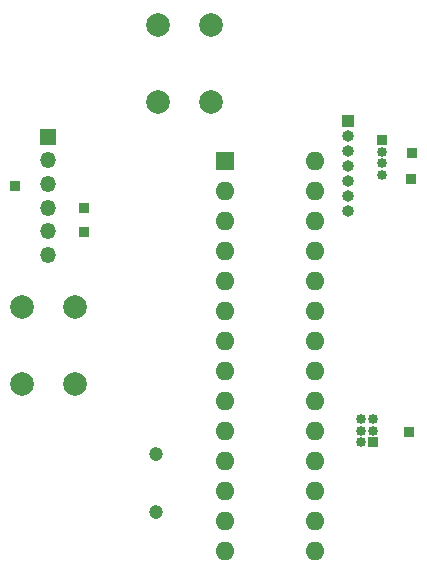
<source format=gbr>
%TF.GenerationSoftware,KiCad,Pcbnew,7.0.8*%
%TF.CreationDate,2023-11-13T12:09:03-08:00*%
%TF.ProjectId,411 PCB Arduino + Board Design,34313120-5043-4422-9041-726475696e6f,rev?*%
%TF.SameCoordinates,Original*%
%TF.FileFunction,Copper,L2,Bot*%
%TF.FilePolarity,Positive*%
%FSLAX46Y46*%
G04 Gerber Fmt 4.6, Leading zero omitted, Abs format (unit mm)*
G04 Created by KiCad (PCBNEW 7.0.8) date 2023-11-13 12:09:03*
%MOMM*%
%LPD*%
G01*
G04 APERTURE LIST*
%TA.AperFunction,ComponentPad*%
%ADD10R,0.850000X0.850000*%
%TD*%
%TA.AperFunction,ComponentPad*%
%ADD11C,2.000000*%
%TD*%
%TA.AperFunction,ComponentPad*%
%ADD12R,1.000000X1.000000*%
%TD*%
%TA.AperFunction,ComponentPad*%
%ADD13O,1.000000X1.000000*%
%TD*%
%TA.AperFunction,ComponentPad*%
%ADD14C,1.193800*%
%TD*%
%TA.AperFunction,ComponentPad*%
%ADD15O,0.850000X0.850000*%
%TD*%
%TA.AperFunction,ComponentPad*%
%ADD16R,1.600000X1.600000*%
%TD*%
%TA.AperFunction,ComponentPad*%
%ADD17O,1.600000X1.600000*%
%TD*%
%TA.AperFunction,ComponentPad*%
%ADD18R,1.350000X1.350000*%
%TD*%
%TA.AperFunction,ComponentPad*%
%ADD19O,1.350000X1.350000*%
%TD*%
G04 APERTURE END LIST*
D10*
%TO.P,TP4,1,1*%
%TO.N,Net-(J2-Pin_5)*%
X148132800Y-74625200D03*
%TD*%
D11*
%TO.P,SW3,1,1*%
%TO.N,+3.3V*%
X147370800Y-87475200D03*
%TO.P,SW3,2,2*%
%TO.N,Net-(R6-Pad2)*%
X142870800Y-87475200D03*
%TO.P,SW3,3,K*%
%TO.N,unconnected-(SW3-K-Pad3)*%
X147370800Y-80975200D03*
%TO.P,SW3,4,A*%
%TO.N,Net-(SW3-A)*%
X142870800Y-80975200D03*
%TD*%
D10*
%TO.P,TP3,1,1*%
%TO.N,Net-(J2-Pin_4)*%
X148082000Y-72542400D03*
%TD*%
D12*
%TO.P,JP1,1,1*%
%TO.N,/V_IN*%
X170484800Y-65227200D03*
D13*
%TO.P,JP1,2,2*%
%TO.N,GND*%
X170484800Y-66497200D03*
%TO.P,JP1,3,3*%
%TO.N,+3.3V*%
X170484800Y-67767200D03*
%TO.P,JP1,4,4*%
%TO.N,/SCL_3.3V*%
X170484800Y-69037200D03*
%TO.P,JP1,5,5*%
%TO.N,/SDA_3.3V*%
X170484800Y-70307200D03*
%TO.P,JP1,6,6*%
%TO.N,/INT*%
X170484800Y-71577200D03*
%TO.P,JP1,7,7*%
%TO.N,/LED_EN*%
X170484800Y-72847200D03*
%TD*%
D11*
%TO.P,SW1,1,A*%
%TO.N,GND*%
X154402400Y-63599200D03*
X154402400Y-57099200D03*
%TO.P,SW1,2,B*%
%TO.N,Net-(J1-~{RST})*%
X158902400Y-63599200D03*
X158902400Y-57099200D03*
%TD*%
D14*
%TO.P,Y1,1,1*%
%TO.N,Net-(U1-XTAL1{slash}PB6)*%
X154228800Y-93421200D03*
%TO.P,Y1,2,2*%
%TO.N,Net-(U1-XTAL2{slash}PB7)*%
X154228800Y-98301201D03*
%TD*%
D10*
%TO.P,J4,1,Pin_1*%
%TO.N,GND*%
X173329600Y-66802000D03*
D15*
%TO.P,J4,2,Pin_2*%
%TO.N,+3.3V*%
X173329600Y-67802000D03*
%TO.P,J4,3,Pin_3*%
%TO.N,/SCL_3.3V*%
X173329600Y-68802000D03*
%TO.P,J4,4,Pin_4*%
%TO.N,/SDA_3.3V*%
X173329600Y-69802000D03*
%TD*%
D10*
%TO.P,TP2,1,1*%
%TO.N,Net-(J2-Pin_3)*%
X142290800Y-70713600D03*
%TD*%
D16*
%TO.P,U1,1,~{RESET}/PC6*%
%TO.N,Net-(J1-~{RST})*%
X160020000Y-68580000D03*
D17*
%TO.P,U1,2,(RXD)PD0*%
%TO.N,Net-(U1-(RXD)PD0)*%
X160020000Y-71120000D03*
%TO.P,U1,3,(TXD)PD1*%
%TO.N,Net-(U1-(TXD)PD1)*%
X160020000Y-73660000D03*
%TO.P,U1,4,(INT0)PD2*%
%TO.N,unconnected-(U1-(INT0)PD2-Pad4)*%
X160020000Y-76200000D03*
%TO.P,U1,5,(INT1)PD3*%
%TO.N,/LED_EN*%
X160020000Y-78740000D03*
%TO.P,U1,6,(T0)PD4*%
%TO.N,Net-(SW3-A)*%
X160020000Y-81280000D03*
%TO.P,U1,7,VCC*%
%TO.N,+3.3V*%
X160020000Y-83820000D03*
%TO.P,U1,8,GND*%
%TO.N,GND*%
X160020000Y-86360000D03*
%TO.P,U1,9,XTAL1/PB6*%
%TO.N,Net-(U1-XTAL1{slash}PB6)*%
X160020000Y-88900000D03*
%TO.P,U1,10,XTAL2/PB7*%
%TO.N,Net-(U1-XTAL2{slash}PB7)*%
X160020000Y-91440000D03*
%TO.P,U1,11,(T1)PD5*%
%TO.N,unconnected-(U1-(T1)PD5-Pad11)*%
X160020000Y-93980000D03*
%TO.P,U1,12,(AIN0)PD6*%
%TO.N,unconnected-(U1-(AIN0)PD6-Pad12)*%
X160020000Y-96520000D03*
%TO.P,U1,13,(AIN1)PD7*%
%TO.N,unconnected-(U1-(AIN1)PD7-Pad13)*%
X160020000Y-99060000D03*
%TO.P,U1,14,(ICP)PB0*%
%TO.N,unconnected-(U1-(ICP)PB0-Pad14)*%
X160020000Y-101600000D03*
%TO.P,U1,15,(OC1)PB1*%
%TO.N,unconnected-(U1-(OC1)PB1-Pad15)*%
X167640000Y-101600000D03*
%TO.P,U1,16,(SS)PB2*%
%TO.N,unconnected-(U1-(SS)PB2-Pad16)*%
X167640000Y-99060000D03*
%TO.P,U1,17,(MOSI)PB3*%
%TO.N,Net-(J1-MOSI)*%
X167640000Y-96520000D03*
%TO.P,U1,18,(MISO)PB4*%
%TO.N,Net-(J1-MISO)*%
X167640000Y-93980000D03*
%TO.P,U1,19,(SCK)PB5*%
%TO.N,Net-(J1-SCK)*%
X167640000Y-91440000D03*
%TO.P,U1,20,AVCC*%
%TO.N,+3.3V*%
X167640000Y-88900000D03*
%TO.P,U1,21,AREF*%
%TO.N,Net-(U1-AREF)*%
X167640000Y-86360000D03*
%TO.P,U1,22,GND*%
%TO.N,GND*%
X167640000Y-83820000D03*
%TO.P,U1,23,(ADC0)PC0*%
%TO.N,unconnected-(U1-(ADC0)PC0-Pad23)*%
X167640000Y-81280000D03*
%TO.P,U1,24,(ADC1)PC1*%
%TO.N,unconnected-(U1-(ADC1)PC1-Pad24)*%
X167640000Y-78740000D03*
%TO.P,U1,25,(ADC2)PC2*%
%TO.N,unconnected-(U1-(ADC2)PC2-Pad25)*%
X167640000Y-76200000D03*
%TO.P,U1,26,(ADC3)PC3*%
%TO.N,unconnected-(U1-(ADC3)PC3-Pad26)*%
X167640000Y-73660000D03*
%TO.P,U1,27,(ADC4/SDA)PC4*%
%TO.N,/SDA_3.3V*%
X167640000Y-71120000D03*
%TO.P,U1,28,(ADC5/SCL)PC5*%
%TO.N,/SCL_3.3V*%
X167640000Y-68580000D03*
%TD*%
D10*
%TO.P,TP6,1,1*%
%TO.N,/SDA_3.3V*%
X175768000Y-70154800D03*
%TD*%
%TO.P,TP1,1,1*%
%TO.N,Net-(J1-~{RST})*%
X175666400Y-91541600D03*
%TD*%
D15*
%TO.P,J1,1,MISO*%
%TO.N,Net-(J1-MISO)*%
X171567600Y-92424000D03*
%TO.P,J1,2,VCC*%
%TO.N,+5V*%
X171567600Y-91424000D03*
%TO.P,J1,3,SCK*%
%TO.N,Net-(J1-SCK)*%
X171567600Y-90424000D03*
D10*
%TO.P,J1,4,MOSI*%
%TO.N,Net-(J1-MOSI)*%
X172567600Y-92424000D03*
D15*
%TO.P,J1,5,~{RST}*%
%TO.N,Net-(J1-~{RST})*%
X172567600Y-91424000D03*
%TO.P,J1,6,GND*%
%TO.N,GND*%
X172567600Y-90424000D03*
%TD*%
D10*
%TO.P,TP5,1,1*%
%TO.N,/SCL_3.3V*%
X175920400Y-67919600D03*
%TD*%
D18*
%TO.P,J2,1,Pin_1*%
%TO.N,GND*%
X145034000Y-66548000D03*
D19*
%TO.P,J2,2,Pin_2*%
%TO.N,unconnected-(J2-Pin_2-Pad2)*%
X145034000Y-68548000D03*
%TO.P,J2,3,Pin_3*%
%TO.N,Net-(J2-Pin_3)*%
X145034000Y-70548000D03*
%TO.P,J2,4,Pin_4*%
%TO.N,Net-(J2-Pin_4)*%
X145034000Y-72548000D03*
%TO.P,J2,5,Pin_5*%
%TO.N,Net-(J2-Pin_5)*%
X145034000Y-74548000D03*
%TO.P,J2,6,Pin_6*%
%TO.N,unconnected-(J2-Pin_6-Pad6)*%
X145034000Y-76548000D03*
%TD*%
M02*

</source>
